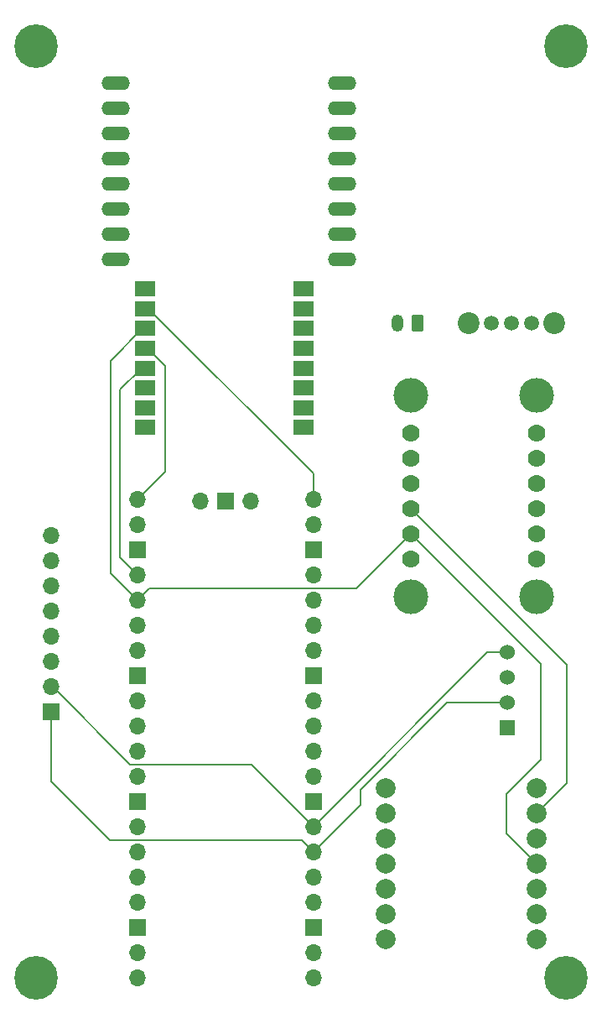
<source format=gbr>
%TF.GenerationSoftware,KiCad,Pcbnew,8.0.6*%
%TF.CreationDate,2025-06-01T11:12:23+01:00*%
%TF.ProjectId,Leo_Cansat,4c656f5f-4361-46e7-9361-742e6b696361,rev?*%
%TF.SameCoordinates,Original*%
%TF.FileFunction,Copper,L4,Bot*%
%TF.FilePolarity,Positive*%
%FSLAX46Y46*%
G04 Gerber Fmt 4.6, Leading zero omitted, Abs format (unit mm)*
G04 Created by KiCad (PCBNEW 8.0.6) date 2025-06-01 11:12:23*
%MOMM*%
%LPD*%
G01*
G04 APERTURE LIST*
G04 Aperture macros list*
%AMRoundRect*
0 Rectangle with rounded corners*
0 $1 Rounding radius*
0 $2 $3 $4 $5 $6 $7 $8 $9 X,Y pos of 4 corners*
0 Add a 4 corners polygon primitive as box body*
4,1,4,$2,$3,$4,$5,$6,$7,$8,$9,$2,$3,0*
0 Add four circle primitives for the rounded corners*
1,1,$1+$1,$2,$3*
1,1,$1+$1,$4,$5*
1,1,$1+$1,$6,$7*
1,1,$1+$1,$8,$9*
0 Add four rect primitives between the rounded corners*
20,1,$1+$1,$2,$3,$4,$5,0*
20,1,$1+$1,$4,$5,$6,$7,0*
20,1,$1+$1,$6,$7,$8,$9,0*
20,1,$1+$1,$8,$9,$2,$3,0*%
G04 Aperture macros list end*
%TA.AperFunction,ComponentPad*%
%ADD10C,2.000000*%
%TD*%
%TA.AperFunction,ComponentPad*%
%ADD11R,1.524000X1.524000*%
%TD*%
%TA.AperFunction,ComponentPad*%
%ADD12C,1.524000*%
%TD*%
%TA.AperFunction,ComponentPad*%
%ADD13C,4.400000*%
%TD*%
%TA.AperFunction,ComponentPad*%
%ADD14O,2.844800X1.422400*%
%TD*%
%TA.AperFunction,ComponentPad*%
%ADD15C,2.200000*%
%TD*%
%TA.AperFunction,ComponentPad*%
%ADD16C,1.500000*%
%TD*%
%TA.AperFunction,ComponentPad*%
%ADD17C,3.500000*%
%TD*%
%TA.AperFunction,ComponentPad*%
%ADD18C,1.778000*%
%TD*%
%TA.AperFunction,ComponentPad*%
%ADD19O,1.700000X1.700000*%
%TD*%
%TA.AperFunction,ComponentPad*%
%ADD20R,1.700000X1.700000*%
%TD*%
%TA.AperFunction,SMDPad,CuDef*%
%ADD21R,2.000000X1.500000*%
%TD*%
%TA.AperFunction,ComponentPad*%
%ADD22RoundRect,0.250000X0.350000X0.625000X-0.350000X0.625000X-0.350000X-0.625000X0.350000X-0.625000X0*%
%TD*%
%TA.AperFunction,ComponentPad*%
%ADD23O,1.200000X1.750000*%
%TD*%
%TA.AperFunction,ViaPad*%
%ADD24C,0.600000*%
%TD*%
%TA.AperFunction,Conductor*%
%ADD25C,0.200000*%
%TD*%
G04 APERTURE END LIST*
D10*
%TO.P,U7,1*%
%TO.N,N/C*%
X129042500Y-168082500D03*
%TO.P,U7,2,GND*%
%TO.N,GND*%
X129042500Y-165542500D03*
%TO.P,U7,3,3V3*%
%TO.N,+3V3*%
X129042500Y-163002500D03*
%TO.P,U7,4,MOSI*%
%TO.N,/MOSI*%
X129042500Y-160462500D03*
%TO.P,U7,5,MISO*%
%TO.N,/MISO*%
X129042500Y-157922500D03*
%TO.P,U7,6,SCK*%
%TO.N,/SCK*%
X129042500Y-155382500D03*
%TO.P,U7,7*%
%TO.N,N/C*%
X129042500Y-152842500D03*
%TO.P,U7,8*%
X113802500Y-168082500D03*
%TO.P,U7,9*%
X113802500Y-165542500D03*
%TO.P,U7,10*%
X113802500Y-163002500D03*
%TO.P,U7,11*%
X113802500Y-160462500D03*
%TO.P,U7,12*%
X113802500Y-157922500D03*
%TO.P,U7,13*%
X113802500Y-155382500D03*
%TO.P,U7,14,CS*%
%TO.N,/SDCS*%
X113802500Y-152842500D03*
%TD*%
D11*
%TO.P,U5,4,VCC*%
%TO.N,+3V3*%
X126080000Y-146810000D03*
D12*
%TO.P,U5,3,SDA*%
%TO.N,/SDA*%
X126080000Y-144270000D03*
%TO.P,U5,2,GND*%
%TO.N,GND*%
X126080000Y-141730000D03*
%TO.P,U5,1,SCL*%
%TO.N,/SCL*%
X126080000Y-139190000D03*
%TD*%
D13*
%TO.P,H4,1,1*%
%TO.N,GND*%
X132000000Y-172000000D03*
%TD*%
D14*
%TO.P,U2,P$1,5V*%
%TO.N,unconnected-(U2-5V-PadP$1)*%
X86570000Y-81770000D03*
%TO.P,U2,P$2,GND*%
%TO.N,GND*%
X86570000Y-84310000D03*
%TO.P,U2,P$3,IO12*%
%TO.N,unconnected-(U2-IO12-PadP$3)*%
X86570000Y-86850000D03*
%TO.P,U2,P$4,IO13*%
%TO.N,unconnected-(U2-IO13-PadP$4)*%
X86570000Y-89390000D03*
%TO.P,U2,P$5,IO15*%
%TO.N,unconnected-(U2-IO15-PadP$5)*%
X86570000Y-91930000D03*
%TO.P,U2,P$6,IO14*%
%TO.N,unconnected-(U2-IO14-PadP$6)*%
X86570000Y-94470000D03*
%TO.P,U2,P$7,IO2*%
%TO.N,unconnected-(U2-IO2-PadP$7)*%
X86570000Y-97010000D03*
%TO.P,U2,P$8,IO4*%
%TO.N,unconnected-(U2-IO4-PadP$8)*%
X86570000Y-99550000D03*
%TO.P,U2,P$9,.GND*%
%TO.N,unconnected-(U2-.GND-PadP$9)*%
X109430000Y-99550000D03*
%TO.P,U2,P$10,IO1/U0T*%
%TO.N,unconnected-(U2-IO1{slash}U0T-PadP$10)*%
X109430000Y-97010000D03*
%TO.P,U2,P$11,IO3/U0R*%
%TO.N,unconnected-(U2-IO3{slash}U0R-PadP$11)*%
X109430000Y-94470000D03*
%TO.P,U2,P$12,3V3.*%
%TO.N,unconnected-(U2-3V3.-PadP$12)*%
X109430000Y-91930000D03*
%TO.P,U2,P$13,GND.*%
%TO.N,unconnected-(U2-GND.-PadP$13)*%
X109430000Y-89390000D03*
%TO.P,U2,P$14,IO0*%
%TO.N,unconnected-(U2-IO0-PadP$14)*%
X109430000Y-86850000D03*
%TO.P,U2,P$15,IO16*%
%TO.N,unconnected-(U2-IO16-PadP$15)*%
X109430000Y-84310000D03*
%TO.P,U2,P$16,3V3*%
%TO.N,+3V3*%
X109430000Y-81770000D03*
%TD*%
D15*
%TO.P,SW1,*%
%TO.N,*%
X130800000Y-106000000D03*
X122200000Y-106000000D03*
D16*
%TO.P,SW1,1,A*%
%TO.N,Net-(SW1-A)*%
X128500000Y-106000000D03*
%TO.P,SW1,2,B*%
%TO.N,Net-(BT1-+)*%
X126500000Y-106000000D03*
%TO.P,SW1,3,C*%
%TO.N,unconnected-(SW1-C-Pad3)*%
X124500000Y-106000000D03*
%TD*%
D13*
%TO.P,H1,1,1*%
%TO.N,GND*%
X78500000Y-78000000D03*
%TD*%
D17*
%TO.P,U6,*%
%TO.N,*%
X116305000Y-113210000D03*
X116305000Y-133530000D03*
X129005000Y-113210000D03*
X129005000Y-133530000D03*
D18*
%TO.P,U6,1,CS*%
%TO.N,/IMUCS*%
X129005000Y-129720000D03*
%TO.P,U6,2,SDO*%
%TO.N,/MISO*%
X129005000Y-127180000D03*
%TO.P,U6,3,GND*%
%TO.N,GND*%
X129005000Y-124640000D03*
%TO.P,U6,4,AC*%
%TO.N,unconnected-(U6-AC-Pad4)*%
X129005000Y-122100000D03*
%TO.P,U6,5,AD*%
%TO.N,unconnected-(U6-AD-Pad5)*%
X129005000Y-119560000D03*
%TO.P,U6,6,FS*%
%TO.N,unconnected-(U6-FS-Pad6)*%
X129005000Y-117020000D03*
%TO.P,U6,7,VIN*%
%TO.N,+3V3*%
X116305000Y-117020000D03*
%TO.P,U6,8,1V8*%
%TO.N,unconnected-(U6-1V8-Pad8)*%
X116305000Y-119560000D03*
%TO.P,U6,9,GND*%
%TO.N,unconnected-(U6-GND-Pad9)*%
X116305000Y-122100000D03*
%TO.P,U6,10,SCL*%
%TO.N,/SCK*%
X116305000Y-124640000D03*
%TO.P,U6,11,SDA*%
%TO.N,/MOSI*%
X116305000Y-127180000D03*
%TO.P,U6,12,INT*%
%TO.N,unconnected-(U6-INT-Pad12)*%
X116305000Y-129720000D03*
%TD*%
D13*
%TO.P,H3,1,1*%
%TO.N,GND*%
X78500000Y-172000000D03*
%TD*%
D19*
%TO.P,U1,1,GPIO0*%
%TO.N,unconnected-(U1-GPIO0-Pad1)*%
X106500000Y-171980000D03*
%TO.P,U1,2,GPIO1*%
%TO.N,unconnected-(U1-GPIO1-Pad2)*%
X106500000Y-169440000D03*
D20*
%TO.P,U1,3,GND*%
%TO.N,GND*%
X106500000Y-166900000D03*
D19*
%TO.P,U1,4,GPIO2*%
%TO.N,unconnected-(U1-GPIO2-Pad4)*%
X106500000Y-164360000D03*
%TO.P,U1,5,GPIO3*%
%TO.N,unconnected-(U1-GPIO3-Pad5)*%
X106500000Y-161820000D03*
%TO.P,U1,6,GPIO4*%
%TO.N,/SDA*%
X106500000Y-159280000D03*
%TO.P,U1,7,GPIO5*%
%TO.N,/SCL*%
X106500000Y-156740000D03*
D20*
%TO.P,U1,8,GND*%
%TO.N,GND*%
X106500000Y-154200000D03*
D19*
%TO.P,U1,9,GPIO6*%
%TO.N,/SDCS*%
X106500000Y-151660000D03*
%TO.P,U1,10,GPIO7*%
%TO.N,unconnected-(U1-GPIO7-Pad10)*%
X106500000Y-149120000D03*
%TO.P,U1,11,GPIO8*%
%TO.N,unconnected-(U1-GPIO8-Pad11)*%
X106500000Y-146580000D03*
%TO.P,U1,12,GPIO9*%
%TO.N,unconnected-(U1-GPIO9-Pad12)*%
X106500000Y-144040000D03*
D20*
%TO.P,U1,13,GND*%
%TO.N,GND*%
X106500000Y-141500000D03*
D19*
%TO.P,U1,14,GPIO10*%
%TO.N,unconnected-(U1-GPIO10-Pad14)*%
X106500000Y-138960000D03*
%TO.P,U1,15,GPIO11*%
%TO.N,/IMUCS*%
X106500000Y-136420000D03*
%TO.P,U1,16,GPIO12*%
%TO.N,unconnected-(U1-GPIO12-Pad16)*%
X106500000Y-133880000D03*
%TO.P,U1,17,GPIO13*%
%TO.N,unconnected-(U1-GPIO13-Pad17)*%
X106500000Y-131340000D03*
D20*
%TO.P,U1,18,GND*%
%TO.N,GND*%
X106500000Y-128800000D03*
D19*
%TO.P,U1,19,GPIO14*%
%TO.N,unconnected-(U1-GPIO14-Pad19)*%
X106500000Y-126260000D03*
%TO.P,U1,20,GPIO15*%
%TO.N,/LORACS*%
X106500000Y-123720000D03*
%TO.P,U1,21,GPIO16*%
%TO.N,/MISO*%
X88720000Y-123720000D03*
%TO.P,U1,22,GPIO17*%
%TO.N,unconnected-(U1-GPIO17-Pad22)*%
X88720000Y-126260000D03*
D20*
%TO.P,U1,23,GND*%
%TO.N,GND*%
X88720000Y-128800000D03*
D19*
%TO.P,U1,24,GPIO18*%
%TO.N,/SCK*%
X88720000Y-131340000D03*
%TO.P,U1,25,GPIO19*%
%TO.N,/MOSI*%
X88720000Y-133880000D03*
%TO.P,U1,26,GPIO20*%
%TO.N,unconnected-(U1-GPIO20-Pad26)*%
X88720000Y-136420000D03*
%TO.P,U1,27,GPIO21*%
%TO.N,unconnected-(U1-GPIO21-Pad27)*%
X88720000Y-138960000D03*
D20*
%TO.P,U1,28,GND*%
%TO.N,GND*%
X88720000Y-141500000D03*
D19*
%TO.P,U1,29,GPIO22*%
%TO.N,unconnected-(U1-GPIO22-Pad29)*%
X88720000Y-144040000D03*
%TO.P,U1,30,RUN*%
%TO.N,unconnected-(U1-RUN-Pad30)*%
X88720000Y-146580000D03*
%TO.P,U1,31,GPIO26_ADC0*%
%TO.N,unconnected-(U1-GPIO26_ADC0-Pad31)*%
X88720000Y-149120000D03*
%TO.P,U1,32,GPIO27_ADC1*%
%TO.N,unconnected-(U1-GPIO27_ADC1-Pad32)*%
X88720000Y-151660000D03*
D20*
%TO.P,U1,33,AGND*%
%TO.N,unconnected-(U1-AGND-Pad33)*%
X88720000Y-154200000D03*
D19*
%TO.P,U1,34,GPIO28_ADC2*%
%TO.N,unconnected-(U1-GPIO28_ADC2-Pad34)*%
X88720000Y-156740000D03*
%TO.P,U1,35,ADC_VREF*%
%TO.N,unconnected-(U1-ADC_VREF-Pad35)*%
X88720000Y-159280000D03*
%TO.P,U1,36,3V3*%
%TO.N,+3V3*%
X88720000Y-161820000D03*
%TO.P,U1,37,3V3_EN*%
%TO.N,unconnected-(U1-3V3_EN-Pad37)*%
X88720000Y-164360000D03*
D20*
%TO.P,U1,38,GND*%
%TO.N,GND*%
X88720000Y-166900000D03*
D19*
%TO.P,U1,39,VSYS*%
%TO.N,Net-(SW1-A)*%
X88720000Y-169440000D03*
%TO.P,U1,40,VBUS*%
%TO.N,unconnected-(U1-VBUS-Pad40)*%
X88720000Y-171980000D03*
%TO.P,U1,41,SWCLK*%
%TO.N,unconnected-(U1-SWCLK-Pad41)*%
X100150000Y-123950000D03*
D20*
%TO.P,U1,42,GND*%
%TO.N,GND*%
X97610000Y-123950000D03*
D19*
%TO.P,U1,43,SWDIO*%
%TO.N,unconnected-(U1-SWDIO-Pad43)*%
X95070000Y-123950000D03*
%TD*%
D13*
%TO.P,H2,1,1*%
%TO.N,GND*%
X132000000Y-78000000D03*
%TD*%
D21*
%TO.P,U3,1,ANT*%
%TO.N,unconnected-(U3-ANT-Pad1)*%
X105500000Y-102500000D03*
%TO.P,U3,2,GND*%
%TO.N,GND*%
X105500000Y-104500000D03*
%TO.P,U3,3,VDD*%
%TO.N,+3V3*%
X105500000Y-106500000D03*
%TO.P,U3,4,~{RESET}*%
%TO.N,unconnected-(U3-~{RESET}-Pad4)*%
X105500000Y-108500000D03*
%TO.P,U3,5,DIO0*%
%TO.N,unconnected-(U3-DIO0-Pad5)*%
X105500000Y-110500000D03*
%TO.P,U3,6,DIO1*%
%TO.N,unconnected-(U3-DIO1-Pad6)*%
X105500000Y-112500000D03*
%TO.P,U3,7,DIO2*%
%TO.N,unconnected-(U3-DIO2-Pad7)*%
X105500000Y-114500000D03*
%TO.P,U3,8,DIO3*%
%TO.N,unconnected-(U3-DIO3-Pad8)*%
X105500000Y-116500000D03*
%TO.P,U3,9,GND*%
%TO.N,GND*%
X89500000Y-116500000D03*
%TO.P,U3,10,DIO4*%
%TO.N,unconnected-(U3-DIO4-Pad10)*%
X89500000Y-114500000D03*
%TO.P,U3,11,DIO5*%
%TO.N,unconnected-(U3-DIO5-Pad11)*%
X89500000Y-112500000D03*
%TO.P,U3,12,SCK*%
%TO.N,/SCK*%
X89500000Y-110500000D03*
%TO.P,U3,13,MISO*%
%TO.N,/MISO*%
X89500000Y-108500000D03*
%TO.P,U3,14,MOSI*%
%TO.N,/MOSI*%
X89500000Y-106500000D03*
%TO.P,U3,15,~{NSS}*%
%TO.N,/LORACS*%
X89500000Y-104500000D03*
%TO.P,U3,16,GND*%
%TO.N,GND*%
X89500000Y-102500000D03*
%TD*%
D20*
%TO.P,U4,1,SDA*%
%TO.N,/SDA*%
X80000000Y-145200000D03*
D19*
%TO.P,U4,2,SCL*%
%TO.N,/SCL*%
X80000000Y-142660000D03*
%TO.P,U4,3,TXD*%
%TO.N,unconnected-(U4-TXD-Pad3)*%
X80000000Y-140120000D03*
%TO.P,U4,4,RXD*%
%TO.N,unconnected-(U4-RXD-Pad4)*%
X80000000Y-137580000D03*
%TO.P,U4,5,TIMEPULSE*%
%TO.N,unconnected-(U4-TIMEPULSE-Pad5)*%
X80000000Y-135040000D03*
%TO.P,U4,6,NC*%
%TO.N,unconnected-(U4-NC-Pad6)*%
X80000000Y-132500000D03*
%TO.P,U4,7,GND*%
%TO.N,GND*%
X80000000Y-129960000D03*
%TO.P,U4,8,VCC*%
%TO.N,+3V3*%
X80000000Y-127420000D03*
%TD*%
D22*
%TO.P,BT1,1,+*%
%TO.N,Net-(BT1-+)*%
X117000000Y-106000000D03*
D23*
%TO.P,BT1,2,-*%
%TO.N,GND*%
X115000000Y-106000000D03*
%TD*%
D24*
%TO.N,GND*%
X105500000Y-104500000D03*
X89500000Y-102500000D03*
X89500000Y-116500000D03*
%TO.N,+3V3*%
X105500000Y-106500000D03*
%TD*%
D25*
%TO.N,/MOSI*%
X128542500Y-159962500D02*
X128542500Y-161212500D01*
X126000000Y-153500000D02*
X126000000Y-157420000D01*
X129500000Y-150000000D02*
X126000000Y-153500000D01*
X129500000Y-140375000D02*
X129500000Y-150000000D01*
X126000000Y-157420000D02*
X128542500Y-159962500D01*
X116305000Y-127180000D02*
X129500000Y-140375000D01*
%TO.N,/SCK*%
X132080000Y-152345000D02*
X129042500Y-155382500D01*
X132080000Y-140415000D02*
X132080000Y-152345000D01*
X116305000Y-124640000D02*
X132080000Y-140415000D01*
%TO.N,/SCL*%
X124050000Y-139190000D02*
X106500000Y-156740000D01*
X126000000Y-139190000D02*
X124050000Y-139190000D01*
%TO.N,/SDA*%
X111250000Y-154530000D02*
X106500000Y-159280000D01*
X119980000Y-144270000D02*
X111250000Y-153000000D01*
X111250000Y-153000000D02*
X111250000Y-154530000D01*
X126080000Y-144270000D02*
X119980000Y-144270000D01*
X106500000Y-158500000D02*
X106500000Y-159280000D01*
%TO.N,/MISO*%
X88720000Y-123720000D02*
X91500000Y-120940000D01*
X91500000Y-120940000D02*
X91500000Y-110250000D01*
X89750000Y-108500000D02*
X89500000Y-108500000D01*
X91500000Y-110250000D02*
X89750000Y-108500000D01*
%TO.N,/SCK*%
X87000000Y-112650000D02*
X87000000Y-129620000D01*
X89150000Y-110500000D02*
X87000000Y-112650000D01*
X87000000Y-129620000D02*
X88720000Y-131340000D01*
X89500000Y-110500000D02*
X89150000Y-110500000D01*
%TO.N,/MOSI*%
X89250000Y-106500000D02*
X89500000Y-106500000D01*
X88720000Y-133880000D02*
X86000000Y-131160000D01*
X86000000Y-109750000D02*
X89250000Y-106500000D01*
X86000000Y-131160000D02*
X86000000Y-109750000D01*
X88720000Y-133880000D02*
X89919138Y-132680862D01*
X89919138Y-132680862D02*
X110804138Y-132680862D01*
X110804138Y-132680862D02*
X116305000Y-127180000D01*
%TO.N,/SDA*%
X85943654Y-158130000D02*
X105350000Y-158130000D01*
X105350000Y-158130000D02*
X106500000Y-159280000D01*
X80000000Y-145200000D02*
X80000000Y-152186346D01*
X80000000Y-152186346D02*
X85943654Y-158130000D01*
%TO.N,/SCL*%
X80000000Y-142660000D02*
X80160000Y-142660000D01*
X88010000Y-150510000D02*
X100270000Y-150510000D01*
X80160000Y-142660000D02*
X88010000Y-150510000D01*
X100270000Y-150510000D02*
X106500000Y-156740000D01*
%TO.N,/LORACS*%
X106500000Y-121150000D02*
X106500000Y-123720000D01*
X89850000Y-104500000D02*
X106500000Y-121150000D01*
X89500000Y-104500000D02*
X89850000Y-104500000D01*
%TD*%
M02*

</source>
